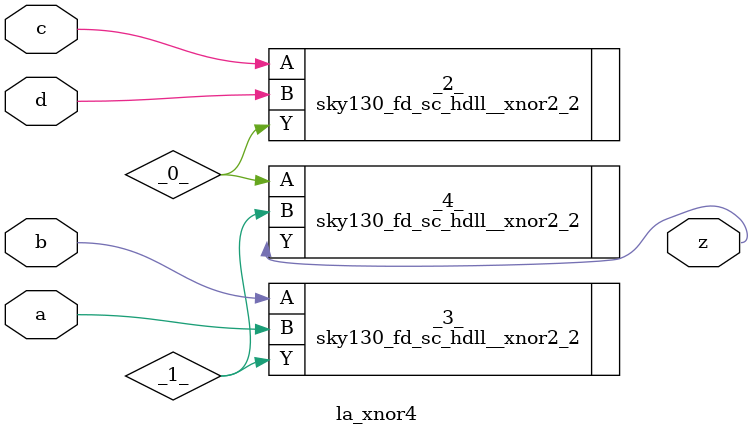
<source format=v>

/* Generated by Yosys 0.44 (git sha1 80ba43d26, g++ 11.4.0-1ubuntu1~22.04 -fPIC -O3) */

(* top =  1  *)
(* src = "generated" *)
(* keep_hierarchy *)
module la_xnor4 (
    a,
    b,
    c,
    d,
    z
);
  wire _0_;
  wire _1_;
  (* src = "generated" *)
  input a;
  wire a;
  (* src = "generated" *)
  input b;
  wire b;
  (* src = "generated" *)
  input c;
  wire c;
  (* src = "generated" *)
  input d;
  wire d;
  (* src = "generated" *)
  output z;
  wire z;
  sky130_fd_sc_hdll__xnor2_2 _2_ (
      .A(c),
      .B(d),
      .Y(_0_)
  );
  sky130_fd_sc_hdll__xnor2_2 _3_ (
      .A(b),
      .B(a),
      .Y(_1_)
  );
  sky130_fd_sc_hdll__xnor2_2 _4_ (
      .A(_0_),
      .B(_1_),
      .Y(z)
  );
endmodule

</source>
